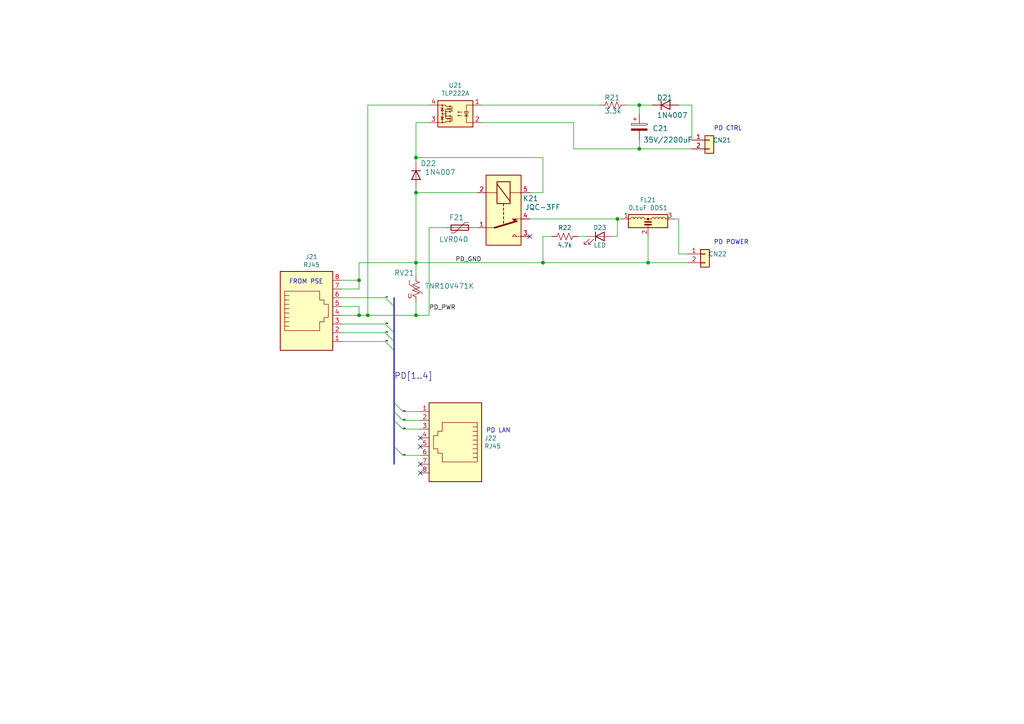
<source format=kicad_sch>
(kicad_sch (version 20230121) (generator eeschema)
  (paper "A4")
  (title_block (title "M800-NCxPoE-PD") (date "2020-08-08") (rev "001") (comment 1 "PD SIDE") (comment 2 "Vcc=5V"))
  (lib_symbols
    (symbol "001-rescue:CP-Device" (pin_numbers hide) (pin_names (offset 0.254))
      (property "Reference" "C" (at 0.635 2.54 0))
      (property "Value" "Device_CP" (at 0.635 -2.54 0))
      (symbol "CP-Device_0_1"
        (rectangle (start -2.286 0.508) (end 2.286 1.016))
        (polyline (pts (xy -1.778 2.286) (xy -0.762 2.286)))
        (polyline (pts (xy -1.27 2.794) (xy -1.27 1.778)))
        (rectangle (start 2.286 -0.508) (end -2.286 -1.016) (fill (type outline)))
      )
      (symbol "CP-Device_1_1"
        (pin passive line (at 0 3.81 270) (length 2.794) (name "~") (number "1"))
        (pin passive line (at 0 -3.81 90) (length 2.794) (name "~") (number "2"))
      )
    )
    (symbol "001-rescue:EMI_Filter_LCL-Device" (pin_names (offset 0.254) hide)
      (property "Reference" "FL" (at 0 6.985 0))
      (property "Value" "Device_EMI_Filter_LCL" (at 0 5.08 0))
      (symbol "EMI_Filter_LCL-Device_0_1"
        (rectangle (start -5.715 3.81) (end 5.715 0) (stroke (width 0.254)) (fill (type background)))
        (arc (start -4.064 2.54) (mid -4.572 3.0458) (end -5.08 2.54))
        (arc (start -3.048 2.54) (mid -3.556 3.0458) (end -4.064 2.54))
        (arc (start -2.032 2.54) (mid -2.54 3.0458) (end -3.048 2.54))
        (rectangle (start -1.016 0.762) (end 1.016 1.016) (fill (type outline)))
        (arc (start -1.016 2.54) (mid -1.524 3.0458) (end -2.032 2.54))
        (polyline (pts (xy -1.016 2.54) (xy 1.016 2.54)))
        (polyline (pts (xy 0 0.762) (xy 0 0)))
        (polyline (pts (xy 0 2.54) (xy 0 1.778)))
        (circle (center 0 2.54) (radius 0.254) (fill (type outline)))
        (rectangle (start 1.016 1.524) (end -1.016 1.778) (fill (type outline)))
        (arc (start 2.032 2.54) (mid 1.524 3.0458) (end 1.016 2.54))
        (arc (start 3.048 2.54) (mid 2.54 3.0458) (end 2.032 2.54))
        (arc (start 4.064 2.54) (mid 3.556 3.0458) (end 3.048 2.54))
        (arc (start 5.08 2.54) (mid 4.572 3.0458) (end 4.064 2.54))
      )
      (symbol "EMI_Filter_LCL-Device_1_1"
        (pin passive line (at -7.62 2.54 0) (length 2.54) (name "1") (number "1"))
        (pin passive line (at 0 -2.54 90) (length 2.54) (name "2") (number "2"))
        (pin passive line (at 7.62 2.54 180) (length 2.54) (name "3") (number "3"))
      )
    )
    (symbol "Connector:RJ45" (pin_names (offset 1.016))
      (property "Reference" "J" (at -5.08 13.97 0))
      (property "Value" "RJ45" (at 2.54 13.97 0))
      (symbol "RJ45_0_1"
        (polyline (pts (xy -5.08 4.445) (xy -6.35 4.445)))
        (polyline (pts (xy -5.08 5.715) (xy -6.35 5.715)))
        (polyline (pts (xy -6.35 -3.175) (xy -5.08 -3.175) (xy -5.08 -3.175)))
        (polyline (pts (xy -6.35 -1.905) (xy -5.08 -1.905) (xy -5.08 -1.905)))
        (polyline (pts (xy -6.35 -0.635) (xy -5.08 -0.635) (xy -5.08 -0.635)))
        (polyline (pts (xy -6.35 0.635) (xy -5.08 0.635) (xy -5.08 0.635)))
        (polyline (pts (xy -6.35 1.905) (xy -5.08 1.905) (xy -5.08 1.905)))
        (polyline (pts (xy -5.08 3.175) (xy -6.35 3.175) (xy -6.35 3.175)))
        (polyline (pts (xy -6.35 -4.445) (xy -6.35 6.985) (xy 3.81 6.985) (xy 3.81 4.445) (xy 5.08 4.445) (xy 5.08 3.175) (xy 6.35 3.175) (xy 6.35 -0.635) (xy 5.08 -0.635) (xy 5.08 -1.905) (xy 3.81 -1.905) (xy 3.81 -4.445) (xy -6.35 -4.445) (xy -6.35 -4.445)))
        (rectangle (start 7.62 12.7) (end -7.62 -10.16) (stroke (width 0.254)) (fill (type background)))
      )
      (symbol "RJ45_1_1"
        (pin passive line (at 10.16 -7.62 180) (length 2.54) (name "~") (number "1"))
        (pin passive line (at 10.16 -5.08 180) (length 2.54) (name "~") (number "2"))
        (pin passive line (at 10.16 -2.54 180) (length 2.54) (name "~") (number "3"))
        (pin passive line (at 10.16 0 180) (length 2.54) (name "~") (number "4"))
        (pin passive line (at 10.16 2.54 180) (length 2.54) (name "~") (number "5"))
        (pin passive line (at 10.16 5.08 180) (length 2.54) (name "~") (number "6"))
        (pin passive line (at 10.16 7.62 180) (length 2.54) (name "~") (number "7"))
        (pin passive line (at 10.16 10.16 180) (length 2.54) (name "~") (number "8"))
      )
    )
    (symbol "Connector_Generic:Conn_01x02" (pin_names (offset 1.016) hide)
      (property "Reference" "J" (at 0 2.54 0))
      (property "Value" "Conn_01x02" (at 0 -5.08 0))
      (symbol "Conn_01x02_1_1"
        (rectangle (start -1.27 -2.413) (end 0 -2.667) (stroke (width 0.1524)))
        (rectangle (start -1.27 0.127) (end 0 -0.127) (stroke (width 0.1524)))
        (rectangle (start -1.27 1.27) (end 1.27 -3.81) (stroke (width 0.254)) (fill (type background)))
        (pin passive line (at -5.08 0 0) (length 3.81) (name "Pin_1") (number "1"))
        (pin passive line (at -5.08 -2.54 0) (length 3.81) (name "Pin_2") (number "2"))
      )
    )
    (symbol "Device:LED" (pin_numbers hide) (pin_names (offset 1.016) hide)
      (property "Reference" "D" (at 0 2.54 0))
      (property "Value" "LED" (at 0 -2.54 0))
      (symbol "LED_0_1"
        (polyline (pts (xy -1.27 -1.27) (xy -1.27 1.27)) (stroke (width 0.254)))
        (polyline (pts (xy -1.27 0) (xy 1.27 0)))
        (polyline (pts (xy 1.27 -1.27) (xy 1.27 1.27) (xy -1.27 0) (xy 1.27 -1.27)) (stroke (width 0.254)))
        (polyline (pts (xy -3.048 -0.762) (xy -4.572 -2.286) (xy -3.81 -2.286) (xy -4.572 -2.286) (xy -4.572 -1.524)))
        (polyline (pts (xy -1.778 -0.762) (xy -3.302 -2.286) (xy -2.54 -2.286) (xy -3.302 -2.286) (xy -3.302 -1.524)))
      )
      (symbol "LED_1_1"
        (pin passive line (at -3.81 0 0) (length 2.54) (name "K") (number "1"))
        (pin passive line (at 3.81 0 180) (length 2.54) (name "A") (number "2"))
      )
    )
    (symbol "Device:Polyfuse" (pin_numbers hide) (pin_names (offset 0))
      (property "Reference" "F" (at -2.54 0 90))
      (property "Value" "Polyfuse" (at 2.54 0 90))
      (symbol "Polyfuse_0_1"
        (rectangle (start -0.762 2.54) (end 0.762 -2.54) (stroke (width 0.254)))
        (polyline (pts (xy 0 2.54) (xy 0 -2.54)))
        (polyline (pts (xy -1.524 2.54) (xy -1.524 1.524) (xy 1.524 -1.524) (xy 1.524 -2.54)))
      )
      (symbol "Polyfuse_1_1"
        (pin passive line (at 0 3.81 270) (length 1.27) (name "~") (number "1"))
        (pin passive line (at 0 -3.81 90) (length 1.27) (name "~") (number "2"))
      )
    )
    (symbol "Device:R_US" (pin_numbers hide) (pin_names (offset 0))
      (property "Reference" "R" (at 2.54 0 90))
      (property "Value" "R_US" (at -2.54 0 90))
      (symbol "R_US_0_1"
        (polyline (pts (xy 0 -2.286) (xy 0 -2.54)))
        (polyline (pts (xy 0 2.286) (xy 0 2.54)))
        (polyline (pts (xy 0 -0.762) (xy 1.016 -1.143) (xy 0 -1.524) (xy -1.016 -1.905) (xy 0 -2.286)))
        (polyline (pts (xy 0 0.762) (xy 1.016 0.381) (xy 0 0) (xy -1.016 -0.381) (xy 0 -0.762)))
        (polyline (pts (xy 0 2.286) (xy 1.016 1.905) (xy 0 1.524) (xy -1.016 1.143) (xy 0 0.762)))
      )
      (symbol "R_US_1_1"
        (pin passive line (at 0 3.81 270) (length 1.27) (name "~") (number "1"))
        (pin passive line (at 0 -3.81 90) (length 1.27) (name "~") (number "2"))
      )
    )
    (symbol "Device:Varistor_US" (pin_numbers hide) (pin_names (offset 0))
      (property "Reference" "RV" (at 3.175 0 90))
      (property "Value" "Varistor_US" (at -3.175 0 90))
      (symbol "Varistor_US_0_0"
        (text "U" (at -1.778 -2.032 0) (effects (font (size 1.27 1.27))))
      )
      (symbol "Varistor_US_0_1"
        (polyline (pts (xy 0 -2.286) (xy 0 -2.54)))
        (polyline (pts (xy 0 2.286) (xy 0 2.54)))
        (polyline (pts (xy -1.905 2.54) (xy -1.905 1.27) (xy 1.905 -1.27)))
        (polyline (pts (xy 0 -0.762) (xy 1.016 -1.143) (xy 0 -1.524) (xy -1.016 -1.905) (xy 0 -2.286)))
        (polyline (pts (xy 0 0.762) (xy 1.016 0.381) (xy 0 0) (xy -1.016 -0.381) (xy 0 -0.762)))
        (polyline (pts (xy 0 2.286) (xy 1.016 1.905) (xy 0 1.524) (xy -1.016 1.143) (xy 0 0.762)))
      )
      (symbol "Varistor_US_1_1"
        (pin passive line (at 0 3.81 270) (length 1.27) (name "~") (number "1"))
        (pin passive line (at 0 -3.81 90) (length 1.27) (name "~") (number "2"))
      )
    )
    (symbol "Diode:1N4007" (pin_numbers hide) (pin_names hide)
      (property "Reference" "D" (at 0 2.54 0))
      (property "Value" "1N4007" (at 0 -2.54 0))
      (symbol "1N4007_0_1"
        (polyline (pts (xy -1.27 1.27) (xy -1.27 -1.27)) (stroke (width 0.254)))
        (polyline (pts (xy 1.27 0) (xy -1.27 0)))
        (polyline (pts (xy 1.27 1.27) (xy 1.27 -1.27) (xy -1.27 0) (xy 1.27 1.27)) (stroke (width 0.254)))
      )
      (symbol "1N4007_1_1"
        (pin passive line (at -3.81 0 0) (length 2.54) (name "K") (number "1"))
        (pin passive line (at 3.81 0 180) (length 2.54) (name "A") (number "2"))
      )
    )
    (symbol "Relay:G5LE-1"
      (property "Reference" "K" (at 11.43 3.81 0))
      (property "Value" "G5LE-1" (at 11.43 1.27 0))
      (symbol "G5LE-1_0_0"
        (polyline (pts (xy 7.62 5.08) (xy 7.62 2.54) (xy 6.985 3.175) (xy 7.62 3.81)))
      )
      (symbol "G5LE-1_0_1"
        (rectangle (start -10.16 5.08) (end 10.16 -5.08) (stroke (width 0.254)) (fill (type background)))
        (rectangle (start -8.255 1.905) (end -1.905 -1.905) (stroke (width 0.254)))
        (polyline (pts (xy -7.62 -1.905) (xy -2.54 1.905)) (stroke (width 0.254)))
        (polyline (pts (xy -5.08 -5.08) (xy -5.08 -1.905)))
        (polyline (pts (xy -5.08 5.08) (xy -5.08 1.905)))
        (polyline (pts (xy -1.905 0) (xy -1.27 0)) (stroke (width 0.254)))
        (polyline (pts (xy -0.635 0) (xy 0 0)) (stroke (width 0.254)))
        (polyline (pts (xy 0.635 0) (xy 1.27 0)) (stroke (width 0.254)))
        (polyline (pts (xy 1.905 0) (xy 2.54 0)) (stroke (width 0.254)))
        (polyline (pts (xy 3.175 0) (xy 3.81 0)) (stroke (width 0.254)))
        (polyline (pts (xy 5.08 -2.54) (xy 3.175 3.81)) (stroke (width 0.508)))
        (polyline (pts (xy 5.08 -2.54) (xy 5.08 -5.08)))
        (polyline (pts (xy 2.54 5.08) (xy 2.54 2.54) (xy 3.175 3.175) (xy 2.54 3.81)) (fill (type outline)))
      )
      (symbol "G5LE-1_1_1"
        (pin passive line (at 5.08 -7.62 90) (length 2.54) (name "~") (number "1"))
        (pin passive line (at -5.08 -7.62 90) (length 2.54) (name "~") (number "2"))
        (pin passive line (at 7.62 7.62 270) (length 2.54) (name "~") (number "3"))
        (pin passive line (at 2.54 7.62 270) (length 2.54) (name "~") (number "4"))
        (pin passive line (at -5.08 7.62 270) (length 2.54) (name "~") (number "5"))
      )
    )
    (symbol "Relay_SolidState:TLP222A"
      (property "Reference" "U" (at -5.08 5.08 0))
      (property "Value" "TLP222A" (at 0 5.08 0))
      (symbol "TLP222A_0_1"
        (rectangle (start -5.08 3.81) (end 5.08 -3.81) (stroke (width 0.254)) (fill (type background)))
        (polyline (pts (xy -3.81 -0.635) (xy -2.54 -0.635)))
        (polyline (pts (xy 1.016 -0.635) (xy 1.016 -2.159)) (stroke (width 0.2032)))
        (polyline (pts (xy 1.016 2.159) (xy 1.016 0.635)) (stroke (width 0.2032)))
        (polyline (pts (xy 1.524 -0.508) (xy 1.524 -0.762)) (stroke (width 0.3556)))
        (polyline (pts (xy 2.794 0) (xy 3.81 0)))
        (polyline (pts (xy 3.429 -1.651) (xy 4.191 -1.651)))
        (polyline (pts (xy 3.429 1.651) (xy 4.191 1.651)))
        (polyline (pts (xy 3.81 -2.54) (xy 3.81 2.54)))
        (polyline (pts (xy 1.524 -2.032) (xy 1.524 -2.286) (xy 1.524 -2.286)) (stroke (width 0.3556)))
        (polyline (pts (xy 1.524 -1.27) (xy 1.524 -1.524) (xy 1.524 -1.524)) (stroke (width 0.3556)))
        (polyline (pts (xy 1.524 0.762) (xy 1.524 0.508) (xy 1.524 0.508)) (stroke (width 0.3556)))
        (polyline (pts (xy 1.524 1.524) (xy 1.524 1.27) (xy 1.524 1.27)) (stroke (width 0.3556)))
        (polyline (pts (xy 1.524 2.286) (xy 1.524 2.032) (xy 1.524 2.032)) (stroke (width 0.3556)))
        (polyline (pts (xy 1.651 -1.397) (xy 2.794 -1.397) (xy 2.794 -0.635)))
        (polyline (pts (xy 1.651 1.397) (xy 2.794 1.397) (xy 2.794 0.635)))
        (polyline (pts (xy -5.08 2.54) (xy -3.175 2.54) (xy -3.175 -2.54) (xy -5.08 -2.54)))
        (polyline (pts (xy -3.175 -0.635) (xy -3.81 0.635) (xy -2.54 0.635) (xy -3.175 -0.635)))
        (polyline (pts (xy 1.651 -2.159) (xy 2.794 -2.159) (xy 2.794 -2.54) (xy 5.08 -2.54)))
        (polyline (pts (xy 1.651 -0.635) (xy 2.794 -0.635) (xy 2.794 0.635) (xy 1.651 0.635)))
        (polyline (pts (xy 1.651 2.159) (xy 2.794 2.159) (xy 2.794 2.54) (xy 5.08 2.54)))
        (polyline (pts (xy 1.778 -1.397) (xy 2.286 -1.27) (xy 2.286 -1.524) (xy 1.778 -1.397)))
        (polyline (pts (xy 1.778 1.397) (xy 2.286 1.524) (xy 2.286 1.27) (xy 1.778 1.397)))
        (polyline (pts (xy 3.81 -1.651) (xy 3.429 -0.889) (xy 4.191 -0.889) (xy 3.81 -1.651)))
        (polyline (pts (xy 3.81 1.651) (xy 3.429 0.889) (xy 4.191 0.889) (xy 3.81 1.651)))
        (polyline (pts (xy -1.905 -0.508) (xy -0.635 -0.508) (xy -1.016 -0.635) (xy -1.016 -0.381) (xy -0.635 -0.508)))
        (polyline (pts (xy -1.905 0.508) (xy -0.635 0.508) (xy -1.016 0.381) (xy -1.016 0.635) (xy -0.635 0.508)))
        (circle (center 2.794 -0.635) (radius 0.127))
        (circle (center 2.794 0) (radius 0.127))
        (circle (center 2.794 0.635) (radius 0.127))
        (circle (center 3.81 -2.54) (radius 0.127))
        (circle (center 3.81 0) (radius 0.127))
        (circle (center 3.81 2.54) (radius 0.127))
      )
      (symbol "TLP222A_1_1"
        (pin passive line (at -7.62 2.54 0) (length 2.54) (name "~") (number "1"))
        (pin passive line (at -7.62 -2.54 0) (length 2.54) (name "~") (number "2"))
        (pin passive line (at 7.62 -2.54 180) (length 2.54) (name "~") (number "3"))
        (pin passive line (at 7.62 2.54 180) (length 2.54) (name "~") (number "4"))
      )
    )
  )
  (junction (at 179.07 63.5))
  (junction (at 120.65 55.88))
  (junction (at 157.48 76.2))
  (junction (at 120.65 91.44))
  (junction (at 104.14 81.28))
  (junction (at 120.65 76.2))
  (junction (at 187.96 76.2))
  (junction (at 185.42 30.48))
  (junction (at 185.42 43.18))
  (junction (at 104.14 91.44))
  (junction (at 120.65 45.72))
  (junction (at 106.68 91.44))
  (no_connect (at 153.67 68.58))
  (no_connect (at 121.92 134.62))
  (no_connect (at 121.92 129.54))
  (no_connect (at 54.61 -73.66))
  (no_connect (at 121.92 127))
  (no_connect (at 121.92 137.16))
  (bus_entry (at 114.3 116.84) (size 2.54 2.54))
  (bus_entry (at 114.3 129.54) (size 2.54 2.54))
  (bus_entry (at 111.76 99.06) (size 2.54 2.54))
  (bus_entry (at 114.3 121.92) (size 2.54 2.54))
  (bus_entry (at 111.76 86.36) (size 2.54 2.54))
  (bus_entry (at 111.76 93.98) (size 2.54 2.54))
  (bus_entry (at 114.3 119.38) (size 2.54 2.54))
  (bus_entry (at 111.76 96.52) (size 2.54 2.54))
  (wire (pts (xy 120.65 91.44) (xy 106.68 91.44)))
  (wire (pts (xy 120.65 35.56) (xy 120.65 45.72)))
  (wire (pts (xy 153.67 63.5) (xy 179.07 63.5)))
  (wire (pts (xy 104.14 83.82) (xy 104.14 81.28)))
  (wire (pts (xy 179.07 68.58) (xy 177.8 68.58)))
  (wire (pts (xy 160.02 68.58) (xy 157.48 68.58)))
  (wire (pts (xy 124.46 66.04) (xy 124.46 91.44)))
  (wire (pts (xy 187.96 76.2) (xy 199.39 76.2)))
  (wire (pts (xy 200.66 30.48) (xy 200.66 40.64)))
  (wire (pts (xy 120.65 87.63) (xy 120.65 91.44)))
  (wire (pts (xy 120.65 76.2) (xy 157.48 76.2)))
  (wire (pts (xy 139.7 35.56) (xy 166.37 35.56)))
  (wire (pts (xy 196.85 63.5) (xy 196.85 73.66)))
  (wire (pts (xy 121.92 132.08) (xy 116.84 132.08)))
  (wire (pts (xy 106.68 91.44) (xy 106.68 30.48)))
  (bus (pts (xy 114.3 88.9) (xy 114.3 96.52)))
  (wire (pts (xy 106.68 30.48) (xy 124.46 30.48)))
  (wire (pts (xy 124.46 35.56) (xy 120.65 35.56)))
  (wire (pts (xy 157.48 76.2) (xy 187.96 76.2)))
  (wire (pts (xy 99.06 88.9) (xy 104.14 88.9)))
  (bus (pts (xy 114.3 119.38) (xy 114.3 121.92)))
  (wire (pts (xy 124.46 91.44) (xy 120.65 91.44)))
  (bus (pts (xy 114.3 129.54) (xy 114.3 134.62)))
  (wire (pts (xy 120.65 54.61) (xy 120.65 55.88)))
  (wire (pts (xy 139.7 30.48) (xy 173.99 30.48)))
  (wire (pts (xy 120.65 55.88) (xy 120.65 76.2)))
  (wire (pts (xy 121.92 124.46) (xy 116.84 124.46)))
  (wire (pts (xy 157.48 68.58) (xy 157.48 76.2)))
  (wire (pts (xy 138.43 55.88) (xy 120.65 55.88)))
  (wire (pts (xy 99.06 86.36) (xy 111.76 86.36)))
  (wire (pts (xy 196.85 30.48) (xy 200.66 30.48)))
  (wire (pts (xy 120.65 45.72) (xy 157.48 45.72)))
  (wire (pts (xy 120.65 80.01) (xy 120.65 76.2)))
  (wire (pts (xy 185.42 43.18) (xy 200.66 43.18)))
  (wire (pts (xy 157.48 55.88) (xy 153.67 55.88)))
  (wire (pts (xy 196.85 73.66) (xy 199.39 73.66)))
  (wire (pts (xy 179.07 63.5) (xy 180.34 63.5)))
  (wire (pts (xy 179.07 63.5) (xy 179.07 68.58)))
  (wire (pts (xy 138.43 66.04) (xy 137.16 66.04)))
  (bus (pts (xy 114.3 96.52) (xy 114.3 99.06)))
  (wire (pts (xy 104.14 76.2) (xy 120.65 76.2)))
  (wire (pts (xy 99.06 99.06) (xy 111.76 99.06)))
  (wire (pts (xy 104.14 88.9) (xy 104.14 91.44)))
  (wire (pts (xy 187.96 68.58) (xy 187.96 76.2)))
  (wire (pts (xy 185.42 30.48) (xy 189.23 30.48)))
  (wire (pts (xy 185.42 40.64) (xy 185.42 43.18)))
  (wire (pts (xy 170.18 68.58) (xy 167.64 68.58)))
  (wire (pts (xy 181.61 30.48) (xy 185.42 30.48)))
  (wire (pts (xy 99.06 81.28) (xy 104.14 81.28)))
  (bus (pts (xy 114.3 121.92) (xy 114.3 129.54)))
  (wire (pts (xy 99.06 93.98) (xy 111.76 93.98)))
  (wire (pts (xy 185.42 33.02) (xy 185.42 30.48)))
  (wire (pts (xy 121.92 121.92) (xy 116.84 121.92)))
  (wire (pts (xy 104.14 81.28) (xy 104.14 76.2)))
  (wire (pts (xy 99.06 91.44) (xy 104.14 91.44)))
  (wire (pts (xy 129.54 66.04) (xy 124.46 66.04)))
  (wire (pts (xy 106.68 91.44) (xy 104.14 91.44)))
  (wire (pts (xy 99.06 83.82) (xy 104.14 83.82)))
  (bus (pts (xy 114.3 101.6) (xy 114.3 116.84)))
  (wire (pts (xy 166.37 43.18) (xy 185.42 43.18)))
  (bus (pts (xy 114.3 86.36) (xy 114.3 88.9)))
  (bus (pts (xy 114.3 99.06) (xy 114.3 101.6)))
  (bus (pts (xy 114.3 116.84) (xy 114.3 119.38)))
  (wire (pts (xy 99.06 96.52) (xy 111.76 96.52)))
  (wire (pts (xy 157.48 45.72) (xy 157.48 55.88)))
  (wire (pts (xy 166.37 35.56) (xy 166.37 43.18)))
  (wire (pts (xy 120.65 46.99) (xy 120.65 45.72)))
  (wire (pts (xy 195.58 63.5) (xy 196.85 63.5)))
  (wire (pts (xy 121.92 119.38) (xy 116.84 119.38)))
  (text "PD LAN" (at 140.97 125.73 0) (effects (font (size 1.27 1.27)) (justify left bottom)))
  (text "FROM PSE" (at 83.82 82.55 0) (effects (font (size 1.27 1.27)) (justify left bottom)))
  (text "PD CTRL" (at 207.01 38.1 0) (effects (font (size 1.27 1.27)) (justify left bottom)))
  (text "PD POWER" (at 207.01 71.12 0) (effects (font (size 1.27 1.27)) (justify left bottom)))
  (label "PD1" (at 116.84 119.38 0) (effects (font (size 0.254 0.254))))
  (label "PD4" (at 116.84 132.08 0) (effects (font (size 0.254 0.254))))
  (label "PD1" (at 111.76 99.06 0) (effects (font (size 0.254 0.254))))
  (label "PD4" (at 111.76 86.36 0) (effects (font (size 0.254 0.254))))
  (label "PD[1..4]" (at 114.3 110.49 0) (effects (font (size 1.778 1.778))))
  (label "PD_GND" (at 132.08 76.2 0))
  (label "PD3" (at 116.84 124.46 0) (effects (font (size 0.254 0.254))))
  (label "PD_PWR" (at 124.46 90.17 0))
  (label "PD3" (at 111.76 93.98 0) (effects (font (size 0.254 0.254))))
  (label "PD2" (at 116.84 121.92 0) (effects (font (size 0.254 0.254))))
  (label "PD2" (at 111.76 96.52 0) (effects (font (size 0.254 0.254))))
  (symbol (lib_id "Connector_Generic:Conn_01x02") (at 205.74 40.64 0) (unit 1)
    (property "Reference" "CN21" (at 206.756 41.402 0) (effects (font (size 1.2954 1.2954)) (justify left bottom)))
    (property "Value" "02-XH-A" (effects hide))
    (property "Footprint" "Connector_JST:JST_XH_B2B-XH-A_1x02_P2.50mm_Vertical" (effects hide))
  )
  (symbol (lib_id "001-rescue:CP-Device") (at 185.42 36.83 0) (unit 1)
    (property "Reference" "C21" (at 189.23 38.1 0) (effects (font (size 1.4986 1.4986)) (justify left bottom)))
    (property "Value" "35V/2200uF" (at 186.563 41.4274 0) (effects (font (size 1.4986 1.4986)) (justify left bottom)))
    (property "Footprint" "Capacitor_THT:CP_Radial_D16.0mm_P7.50mm" (effects hide))
  )
  (symbol (lib_id "Connector_Generic:Conn_01x02") (at 204.47 73.66 0) (unit 1)
    (property "Reference" "CN22" (at 205.486 74.422 0) (effects (font (size 1.2954 1.2954)) (justify left bottom)))
    (property "Value" "02-XH-A" (effects hide))
    (property "Footprint" "Connector_JST:JST_XH_B2B-XH-A_1x02_P2.50mm_Vertical" (effects hide))
  )
  (symbol (lib_id "001-rescue:EMI_Filter_LCL-Device") (at 187.96 66.04 0) (unit 1)
    (property "Reference" "FL21" (at 187.96 57.9882 0))
    (property "Value" "0.1uF DDS1" (at 187.96 60.2996 0))
    (property "Footprint" "HOLLY:DSS1" (effects hide))
    (property "Datasheet" "http://www.murata.com/~/media/webrenewal/support/library/catalog/products/emc/emifil/c31e.ashx?la=en-gb" (effects hide))
  )
  (symbol (lib_id "Device:R_US") (at 163.83 68.58 270) (unit 1)
    (property "Reference" "R22" (at 163.83 66.04 90))
    (property "Value" "4.7k" (at 163.83 71.12 90))
    (property "Footprint" "Resistor_THT:R_Axial_DIN0207_L6.3mm_D2.5mm_P10.16mm_Horizontal" (effects hide))
  )
  (symbol (lib_id "Device:LED") (at 173.99 68.58 0) (unit 1)
    (property "Reference" "D23" (at 173.99 66.04 0))
    (property "Value" "LED" (at 173.99 71.12 0))
    (property "Footprint" "LED_THT:LED_D3.0mm" (effects hide))
  )
  (symbol (lib_id "Connector:RJ45") (at 88.9 91.44 0) (unit 1)
    (property "Reference" "J21" (at 90.3478 74.4982 0))
    (property "Value" "RJ45" (at 90.3478 76.8096 0))
    (property "Footprint" "HOLLY:RJ45_Neltron_7810-8P8C" (effects hide))
  )
  (symbol (lib_id "Connector:RJ45") (at 132.08 127 180) (unit 1)
    (property "Reference" "J22" (at 140.462 127.1016 0) (effects (justify right)))
    (property "Value" "RJ45" (at 140.462 129.413 0) (effects (justify right)))
    (property "Footprint" "HOLLY:RJ45_Neltron_7810-8P8C" (effects hide))
  )
  (symbol (lib_id "Relay_SolidState:TLP222A") (at 132.08 33.02 0) (mirror y) (unit 1)
    (property "Reference" "U21" (at 132.08 24.765 0))
    (property "Value" "TLP222A" (at 132.08 27.0764 0))
    (property "Footprint" "Package_DIP:DIP-4_W7.62mm" (effects hide))
    (property "Datasheet" "https://toshiba.semicon-storage.com/info/docget.jsp?did=17036&prodName=TLP222A" (effects hide))
  )
  (symbol (lib_id "Diode:1N4007") (at 120.65 50.8 270) (unit 1)
    (property "Reference" "D22" (at 121.92 48.26 90) (effects (font (size 1.4986 1.4986)) (justify left bottom)))
    (property "Value" "1N4007" (at 123.19 50.8 90) (effects (font (size 1.4986 1.4986)) (justify left bottom)))
    (property "Footprint" "Diode_THT:D_DO-41_SOD81_P10.16mm_Horizontal" (effects hide))
  )
  (symbol (lib_id "Device:Varistor_US") (at 120.65 83.82 0) (unit 1)
    (property "Reference" "RV21" (at 114.3 80.01 0) (effects (font (size 1.4986 1.4986)) (justify left bottom)))
    (property "Value" "TNR10V471K" (at 123.19 83.82 0) (effects (font (size 1.4986 1.4986)) (justify left bottom)))
    (property "Footprint" "Varistor:RV_Disc_D12mm_W3.9mm_P7.5mm" (effects hide))
  )
  (symbol (lib_id "Diode:1N4007") (at 193.04 30.48 0) (unit 1)
    (property "Reference" "D21" (at 190.5 29.21 0) (effects (font (size 1.4986 1.4986)) (justify left bottom)))
    (property "Value" "1N4007" (at 190.5 34.29 0) (effects (font (size 1.4986 1.4986)) (justify left bottom)))
    (property "Footprint" "Diode_THT:D_DO-41_SOD81_P10.16mm_Horizontal" (effects hide))
  )
  (symbol (lib_id "Relay:G5LE-1") (at 146.05 60.96 270) (unit 1)
    (property "Reference" "K21" (at 156.21 58.42 90) (effects (font (size 1.4986 1.4986)) (justify right bottom)))
    (property "Value" "JQC-3FF" (at 162.56 60.96 90) (effects (font (size 1.4986 1.4986)) (justify right bottom)))
    (property "Footprint" "Relay_THT:Relay_SPDT_Omron-G5LE-1" (effects hide))
  )
  (symbol (lib_id "Device:Polyfuse") (at 133.35 66.04 90) (unit 1)
    (property "Reference" "F21" (at 134.62 62.23 90) (effects (font (size 1.4986 1.4986)) (justify left bottom)))
    (property "Value" "LVR040" (at 135.89 68.58 90) (effects (font (size 1.4986 1.4986)) (justify left bottom)))
    (property "Footprint" "Fuse:Fuse_BelFuse_0ZRE0033FF_L11.4mm_W3.8mm" (effects hide))
    (property "Datasheet" "https://html.alldatasheet.jp/html-pdf/346655/MACOM/LVR040/149/1/LVR040.html" (effects hide))
  )
  (symbol (lib_id "Device:R_US") (at 177.8 30.48 270) (unit 1)
    (property "Reference" "R21" (at 175.26 29.21 90) (effects (font (size 1.4986 1.4986)) (justify left bottom)))
    (property "Value" "3.3k" (at 175.26 33.02 90) (effects (font (size 1.4986 1.4986)) (justify left bottom)))
    (property "Footprint" "Resistor_THT:R_Axial_DIN0207_L6.3mm_D2.5mm_P10.16mm_Horizontal" (effects hide))
  )
)
</source>
